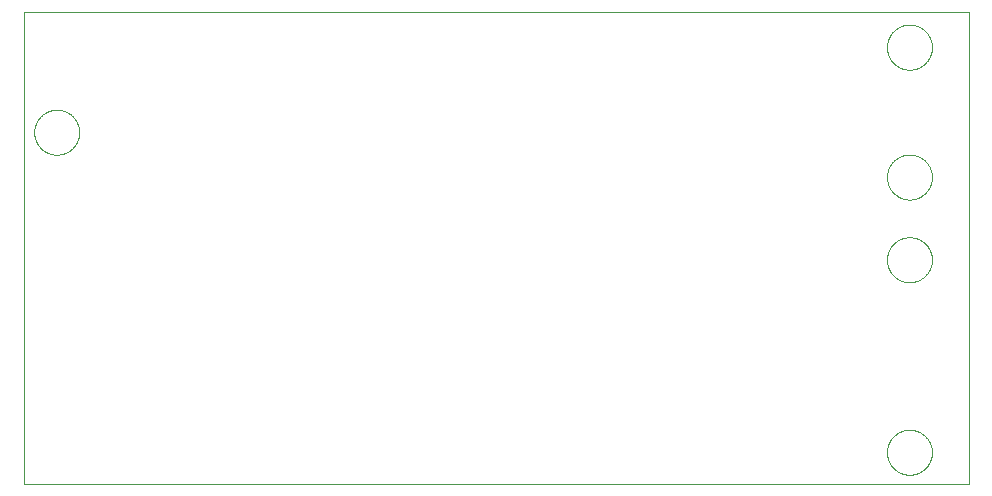
<source format=gko>
G75*
%MOIN*%
%OFA0B0*%
%FSLAX25Y25*%
%IPPOS*%
%LPD*%
%AMOC8*
5,1,8,0,0,1.08239X$1,22.5*
%
%ADD10C,0.00000*%
D10*
X0005000Y0005000D02*
X0005000Y0162480D01*
X0319961Y0162480D01*
X0319961Y0005000D01*
X0005000Y0005000D01*
X0008524Y0122323D02*
X0008526Y0122507D01*
X0008533Y0122691D01*
X0008544Y0122875D01*
X0008560Y0123058D01*
X0008580Y0123241D01*
X0008605Y0123423D01*
X0008634Y0123605D01*
X0008668Y0123786D01*
X0008706Y0123966D01*
X0008749Y0124145D01*
X0008796Y0124323D01*
X0008847Y0124500D01*
X0008903Y0124676D01*
X0008962Y0124850D01*
X0009027Y0125022D01*
X0009095Y0125193D01*
X0009167Y0125362D01*
X0009244Y0125530D01*
X0009325Y0125695D01*
X0009410Y0125858D01*
X0009498Y0126020D01*
X0009591Y0126179D01*
X0009688Y0126335D01*
X0009788Y0126490D01*
X0009892Y0126642D01*
X0010000Y0126791D01*
X0010111Y0126937D01*
X0010226Y0127081D01*
X0010345Y0127222D01*
X0010467Y0127360D01*
X0010592Y0127495D01*
X0010721Y0127626D01*
X0010852Y0127755D01*
X0010987Y0127880D01*
X0011125Y0128002D01*
X0011266Y0128121D01*
X0011410Y0128236D01*
X0011556Y0128347D01*
X0011705Y0128455D01*
X0011857Y0128559D01*
X0012012Y0128659D01*
X0012168Y0128756D01*
X0012327Y0128849D01*
X0012489Y0128937D01*
X0012652Y0129022D01*
X0012817Y0129103D01*
X0012985Y0129180D01*
X0013154Y0129252D01*
X0013325Y0129320D01*
X0013497Y0129385D01*
X0013671Y0129444D01*
X0013847Y0129500D01*
X0014024Y0129551D01*
X0014202Y0129598D01*
X0014381Y0129641D01*
X0014561Y0129679D01*
X0014742Y0129713D01*
X0014924Y0129742D01*
X0015106Y0129767D01*
X0015289Y0129787D01*
X0015472Y0129803D01*
X0015656Y0129814D01*
X0015840Y0129821D01*
X0016024Y0129823D01*
X0016208Y0129821D01*
X0016392Y0129814D01*
X0016576Y0129803D01*
X0016759Y0129787D01*
X0016942Y0129767D01*
X0017124Y0129742D01*
X0017306Y0129713D01*
X0017487Y0129679D01*
X0017667Y0129641D01*
X0017846Y0129598D01*
X0018024Y0129551D01*
X0018201Y0129500D01*
X0018377Y0129444D01*
X0018551Y0129385D01*
X0018723Y0129320D01*
X0018894Y0129252D01*
X0019063Y0129180D01*
X0019231Y0129103D01*
X0019396Y0129022D01*
X0019559Y0128937D01*
X0019721Y0128849D01*
X0019880Y0128756D01*
X0020036Y0128659D01*
X0020191Y0128559D01*
X0020343Y0128455D01*
X0020492Y0128347D01*
X0020638Y0128236D01*
X0020782Y0128121D01*
X0020923Y0128002D01*
X0021061Y0127880D01*
X0021196Y0127755D01*
X0021327Y0127626D01*
X0021456Y0127495D01*
X0021581Y0127360D01*
X0021703Y0127222D01*
X0021822Y0127081D01*
X0021937Y0126937D01*
X0022048Y0126791D01*
X0022156Y0126642D01*
X0022260Y0126490D01*
X0022360Y0126335D01*
X0022457Y0126179D01*
X0022550Y0126020D01*
X0022638Y0125858D01*
X0022723Y0125695D01*
X0022804Y0125530D01*
X0022881Y0125362D01*
X0022953Y0125193D01*
X0023021Y0125022D01*
X0023086Y0124850D01*
X0023145Y0124676D01*
X0023201Y0124500D01*
X0023252Y0124323D01*
X0023299Y0124145D01*
X0023342Y0123966D01*
X0023380Y0123786D01*
X0023414Y0123605D01*
X0023443Y0123423D01*
X0023468Y0123241D01*
X0023488Y0123058D01*
X0023504Y0122875D01*
X0023515Y0122691D01*
X0023522Y0122507D01*
X0023524Y0122323D01*
X0023522Y0122139D01*
X0023515Y0121955D01*
X0023504Y0121771D01*
X0023488Y0121588D01*
X0023468Y0121405D01*
X0023443Y0121223D01*
X0023414Y0121041D01*
X0023380Y0120860D01*
X0023342Y0120680D01*
X0023299Y0120501D01*
X0023252Y0120323D01*
X0023201Y0120146D01*
X0023145Y0119970D01*
X0023086Y0119796D01*
X0023021Y0119624D01*
X0022953Y0119453D01*
X0022881Y0119284D01*
X0022804Y0119116D01*
X0022723Y0118951D01*
X0022638Y0118788D01*
X0022550Y0118626D01*
X0022457Y0118467D01*
X0022360Y0118311D01*
X0022260Y0118156D01*
X0022156Y0118004D01*
X0022048Y0117855D01*
X0021937Y0117709D01*
X0021822Y0117565D01*
X0021703Y0117424D01*
X0021581Y0117286D01*
X0021456Y0117151D01*
X0021327Y0117020D01*
X0021196Y0116891D01*
X0021061Y0116766D01*
X0020923Y0116644D01*
X0020782Y0116525D01*
X0020638Y0116410D01*
X0020492Y0116299D01*
X0020343Y0116191D01*
X0020191Y0116087D01*
X0020036Y0115987D01*
X0019880Y0115890D01*
X0019721Y0115797D01*
X0019559Y0115709D01*
X0019396Y0115624D01*
X0019231Y0115543D01*
X0019063Y0115466D01*
X0018894Y0115394D01*
X0018723Y0115326D01*
X0018551Y0115261D01*
X0018377Y0115202D01*
X0018201Y0115146D01*
X0018024Y0115095D01*
X0017846Y0115048D01*
X0017667Y0115005D01*
X0017487Y0114967D01*
X0017306Y0114933D01*
X0017124Y0114904D01*
X0016942Y0114879D01*
X0016759Y0114859D01*
X0016576Y0114843D01*
X0016392Y0114832D01*
X0016208Y0114825D01*
X0016024Y0114823D01*
X0015840Y0114825D01*
X0015656Y0114832D01*
X0015472Y0114843D01*
X0015289Y0114859D01*
X0015106Y0114879D01*
X0014924Y0114904D01*
X0014742Y0114933D01*
X0014561Y0114967D01*
X0014381Y0115005D01*
X0014202Y0115048D01*
X0014024Y0115095D01*
X0013847Y0115146D01*
X0013671Y0115202D01*
X0013497Y0115261D01*
X0013325Y0115326D01*
X0013154Y0115394D01*
X0012985Y0115466D01*
X0012817Y0115543D01*
X0012652Y0115624D01*
X0012489Y0115709D01*
X0012327Y0115797D01*
X0012168Y0115890D01*
X0012012Y0115987D01*
X0011857Y0116087D01*
X0011705Y0116191D01*
X0011556Y0116299D01*
X0011410Y0116410D01*
X0011266Y0116525D01*
X0011125Y0116644D01*
X0010987Y0116766D01*
X0010852Y0116891D01*
X0010721Y0117020D01*
X0010592Y0117151D01*
X0010467Y0117286D01*
X0010345Y0117424D01*
X0010226Y0117565D01*
X0010111Y0117709D01*
X0010000Y0117855D01*
X0009892Y0118004D01*
X0009788Y0118156D01*
X0009688Y0118311D01*
X0009591Y0118467D01*
X0009498Y0118626D01*
X0009410Y0118788D01*
X0009325Y0118951D01*
X0009244Y0119116D01*
X0009167Y0119284D01*
X0009095Y0119453D01*
X0009027Y0119624D01*
X0008962Y0119796D01*
X0008903Y0119970D01*
X0008847Y0120146D01*
X0008796Y0120323D01*
X0008749Y0120501D01*
X0008706Y0120680D01*
X0008668Y0120860D01*
X0008634Y0121041D01*
X0008605Y0121223D01*
X0008580Y0121405D01*
X0008560Y0121588D01*
X0008544Y0121771D01*
X0008533Y0121955D01*
X0008526Y0122139D01*
X0008524Y0122323D01*
X0292776Y0107362D02*
X0292778Y0107546D01*
X0292785Y0107730D01*
X0292796Y0107914D01*
X0292812Y0108097D01*
X0292832Y0108280D01*
X0292857Y0108462D01*
X0292886Y0108644D01*
X0292920Y0108825D01*
X0292958Y0109005D01*
X0293001Y0109184D01*
X0293048Y0109362D01*
X0293099Y0109539D01*
X0293155Y0109715D01*
X0293214Y0109889D01*
X0293279Y0110061D01*
X0293347Y0110232D01*
X0293419Y0110401D01*
X0293496Y0110569D01*
X0293577Y0110734D01*
X0293662Y0110897D01*
X0293750Y0111059D01*
X0293843Y0111218D01*
X0293940Y0111374D01*
X0294040Y0111529D01*
X0294144Y0111681D01*
X0294252Y0111830D01*
X0294363Y0111976D01*
X0294478Y0112120D01*
X0294597Y0112261D01*
X0294719Y0112399D01*
X0294844Y0112534D01*
X0294973Y0112665D01*
X0295104Y0112794D01*
X0295239Y0112919D01*
X0295377Y0113041D01*
X0295518Y0113160D01*
X0295662Y0113275D01*
X0295808Y0113386D01*
X0295957Y0113494D01*
X0296109Y0113598D01*
X0296264Y0113698D01*
X0296420Y0113795D01*
X0296579Y0113888D01*
X0296741Y0113976D01*
X0296904Y0114061D01*
X0297069Y0114142D01*
X0297237Y0114219D01*
X0297406Y0114291D01*
X0297577Y0114359D01*
X0297749Y0114424D01*
X0297923Y0114483D01*
X0298099Y0114539D01*
X0298276Y0114590D01*
X0298454Y0114637D01*
X0298633Y0114680D01*
X0298813Y0114718D01*
X0298994Y0114752D01*
X0299176Y0114781D01*
X0299358Y0114806D01*
X0299541Y0114826D01*
X0299724Y0114842D01*
X0299908Y0114853D01*
X0300092Y0114860D01*
X0300276Y0114862D01*
X0300460Y0114860D01*
X0300644Y0114853D01*
X0300828Y0114842D01*
X0301011Y0114826D01*
X0301194Y0114806D01*
X0301376Y0114781D01*
X0301558Y0114752D01*
X0301739Y0114718D01*
X0301919Y0114680D01*
X0302098Y0114637D01*
X0302276Y0114590D01*
X0302453Y0114539D01*
X0302629Y0114483D01*
X0302803Y0114424D01*
X0302975Y0114359D01*
X0303146Y0114291D01*
X0303315Y0114219D01*
X0303483Y0114142D01*
X0303648Y0114061D01*
X0303811Y0113976D01*
X0303973Y0113888D01*
X0304132Y0113795D01*
X0304288Y0113698D01*
X0304443Y0113598D01*
X0304595Y0113494D01*
X0304744Y0113386D01*
X0304890Y0113275D01*
X0305034Y0113160D01*
X0305175Y0113041D01*
X0305313Y0112919D01*
X0305448Y0112794D01*
X0305579Y0112665D01*
X0305708Y0112534D01*
X0305833Y0112399D01*
X0305955Y0112261D01*
X0306074Y0112120D01*
X0306189Y0111976D01*
X0306300Y0111830D01*
X0306408Y0111681D01*
X0306512Y0111529D01*
X0306612Y0111374D01*
X0306709Y0111218D01*
X0306802Y0111059D01*
X0306890Y0110897D01*
X0306975Y0110734D01*
X0307056Y0110569D01*
X0307133Y0110401D01*
X0307205Y0110232D01*
X0307273Y0110061D01*
X0307338Y0109889D01*
X0307397Y0109715D01*
X0307453Y0109539D01*
X0307504Y0109362D01*
X0307551Y0109184D01*
X0307594Y0109005D01*
X0307632Y0108825D01*
X0307666Y0108644D01*
X0307695Y0108462D01*
X0307720Y0108280D01*
X0307740Y0108097D01*
X0307756Y0107914D01*
X0307767Y0107730D01*
X0307774Y0107546D01*
X0307776Y0107362D01*
X0307774Y0107178D01*
X0307767Y0106994D01*
X0307756Y0106810D01*
X0307740Y0106627D01*
X0307720Y0106444D01*
X0307695Y0106262D01*
X0307666Y0106080D01*
X0307632Y0105899D01*
X0307594Y0105719D01*
X0307551Y0105540D01*
X0307504Y0105362D01*
X0307453Y0105185D01*
X0307397Y0105009D01*
X0307338Y0104835D01*
X0307273Y0104663D01*
X0307205Y0104492D01*
X0307133Y0104323D01*
X0307056Y0104155D01*
X0306975Y0103990D01*
X0306890Y0103827D01*
X0306802Y0103665D01*
X0306709Y0103506D01*
X0306612Y0103350D01*
X0306512Y0103195D01*
X0306408Y0103043D01*
X0306300Y0102894D01*
X0306189Y0102748D01*
X0306074Y0102604D01*
X0305955Y0102463D01*
X0305833Y0102325D01*
X0305708Y0102190D01*
X0305579Y0102059D01*
X0305448Y0101930D01*
X0305313Y0101805D01*
X0305175Y0101683D01*
X0305034Y0101564D01*
X0304890Y0101449D01*
X0304744Y0101338D01*
X0304595Y0101230D01*
X0304443Y0101126D01*
X0304288Y0101026D01*
X0304132Y0100929D01*
X0303973Y0100836D01*
X0303811Y0100748D01*
X0303648Y0100663D01*
X0303483Y0100582D01*
X0303315Y0100505D01*
X0303146Y0100433D01*
X0302975Y0100365D01*
X0302803Y0100300D01*
X0302629Y0100241D01*
X0302453Y0100185D01*
X0302276Y0100134D01*
X0302098Y0100087D01*
X0301919Y0100044D01*
X0301739Y0100006D01*
X0301558Y0099972D01*
X0301376Y0099943D01*
X0301194Y0099918D01*
X0301011Y0099898D01*
X0300828Y0099882D01*
X0300644Y0099871D01*
X0300460Y0099864D01*
X0300276Y0099862D01*
X0300092Y0099864D01*
X0299908Y0099871D01*
X0299724Y0099882D01*
X0299541Y0099898D01*
X0299358Y0099918D01*
X0299176Y0099943D01*
X0298994Y0099972D01*
X0298813Y0100006D01*
X0298633Y0100044D01*
X0298454Y0100087D01*
X0298276Y0100134D01*
X0298099Y0100185D01*
X0297923Y0100241D01*
X0297749Y0100300D01*
X0297577Y0100365D01*
X0297406Y0100433D01*
X0297237Y0100505D01*
X0297069Y0100582D01*
X0296904Y0100663D01*
X0296741Y0100748D01*
X0296579Y0100836D01*
X0296420Y0100929D01*
X0296264Y0101026D01*
X0296109Y0101126D01*
X0295957Y0101230D01*
X0295808Y0101338D01*
X0295662Y0101449D01*
X0295518Y0101564D01*
X0295377Y0101683D01*
X0295239Y0101805D01*
X0295104Y0101930D01*
X0294973Y0102059D01*
X0294844Y0102190D01*
X0294719Y0102325D01*
X0294597Y0102463D01*
X0294478Y0102604D01*
X0294363Y0102748D01*
X0294252Y0102894D01*
X0294144Y0103043D01*
X0294040Y0103195D01*
X0293940Y0103350D01*
X0293843Y0103506D01*
X0293750Y0103665D01*
X0293662Y0103827D01*
X0293577Y0103990D01*
X0293496Y0104155D01*
X0293419Y0104323D01*
X0293347Y0104492D01*
X0293279Y0104663D01*
X0293214Y0104835D01*
X0293155Y0105009D01*
X0293099Y0105185D01*
X0293048Y0105362D01*
X0293001Y0105540D01*
X0292958Y0105719D01*
X0292920Y0105899D01*
X0292886Y0106080D01*
X0292857Y0106262D01*
X0292832Y0106444D01*
X0292812Y0106627D01*
X0292796Y0106810D01*
X0292785Y0106994D01*
X0292778Y0107178D01*
X0292776Y0107362D01*
X0292776Y0079803D02*
X0292778Y0079987D01*
X0292785Y0080171D01*
X0292796Y0080355D01*
X0292812Y0080538D01*
X0292832Y0080721D01*
X0292857Y0080903D01*
X0292886Y0081085D01*
X0292920Y0081266D01*
X0292958Y0081446D01*
X0293001Y0081625D01*
X0293048Y0081803D01*
X0293099Y0081980D01*
X0293155Y0082156D01*
X0293214Y0082330D01*
X0293279Y0082502D01*
X0293347Y0082673D01*
X0293419Y0082842D01*
X0293496Y0083010D01*
X0293577Y0083175D01*
X0293662Y0083338D01*
X0293750Y0083500D01*
X0293843Y0083659D01*
X0293940Y0083815D01*
X0294040Y0083970D01*
X0294144Y0084122D01*
X0294252Y0084271D01*
X0294363Y0084417D01*
X0294478Y0084561D01*
X0294597Y0084702D01*
X0294719Y0084840D01*
X0294844Y0084975D01*
X0294973Y0085106D01*
X0295104Y0085235D01*
X0295239Y0085360D01*
X0295377Y0085482D01*
X0295518Y0085601D01*
X0295662Y0085716D01*
X0295808Y0085827D01*
X0295957Y0085935D01*
X0296109Y0086039D01*
X0296264Y0086139D01*
X0296420Y0086236D01*
X0296579Y0086329D01*
X0296741Y0086417D01*
X0296904Y0086502D01*
X0297069Y0086583D01*
X0297237Y0086660D01*
X0297406Y0086732D01*
X0297577Y0086800D01*
X0297749Y0086865D01*
X0297923Y0086924D01*
X0298099Y0086980D01*
X0298276Y0087031D01*
X0298454Y0087078D01*
X0298633Y0087121D01*
X0298813Y0087159D01*
X0298994Y0087193D01*
X0299176Y0087222D01*
X0299358Y0087247D01*
X0299541Y0087267D01*
X0299724Y0087283D01*
X0299908Y0087294D01*
X0300092Y0087301D01*
X0300276Y0087303D01*
X0300460Y0087301D01*
X0300644Y0087294D01*
X0300828Y0087283D01*
X0301011Y0087267D01*
X0301194Y0087247D01*
X0301376Y0087222D01*
X0301558Y0087193D01*
X0301739Y0087159D01*
X0301919Y0087121D01*
X0302098Y0087078D01*
X0302276Y0087031D01*
X0302453Y0086980D01*
X0302629Y0086924D01*
X0302803Y0086865D01*
X0302975Y0086800D01*
X0303146Y0086732D01*
X0303315Y0086660D01*
X0303483Y0086583D01*
X0303648Y0086502D01*
X0303811Y0086417D01*
X0303973Y0086329D01*
X0304132Y0086236D01*
X0304288Y0086139D01*
X0304443Y0086039D01*
X0304595Y0085935D01*
X0304744Y0085827D01*
X0304890Y0085716D01*
X0305034Y0085601D01*
X0305175Y0085482D01*
X0305313Y0085360D01*
X0305448Y0085235D01*
X0305579Y0085106D01*
X0305708Y0084975D01*
X0305833Y0084840D01*
X0305955Y0084702D01*
X0306074Y0084561D01*
X0306189Y0084417D01*
X0306300Y0084271D01*
X0306408Y0084122D01*
X0306512Y0083970D01*
X0306612Y0083815D01*
X0306709Y0083659D01*
X0306802Y0083500D01*
X0306890Y0083338D01*
X0306975Y0083175D01*
X0307056Y0083010D01*
X0307133Y0082842D01*
X0307205Y0082673D01*
X0307273Y0082502D01*
X0307338Y0082330D01*
X0307397Y0082156D01*
X0307453Y0081980D01*
X0307504Y0081803D01*
X0307551Y0081625D01*
X0307594Y0081446D01*
X0307632Y0081266D01*
X0307666Y0081085D01*
X0307695Y0080903D01*
X0307720Y0080721D01*
X0307740Y0080538D01*
X0307756Y0080355D01*
X0307767Y0080171D01*
X0307774Y0079987D01*
X0307776Y0079803D01*
X0307774Y0079619D01*
X0307767Y0079435D01*
X0307756Y0079251D01*
X0307740Y0079068D01*
X0307720Y0078885D01*
X0307695Y0078703D01*
X0307666Y0078521D01*
X0307632Y0078340D01*
X0307594Y0078160D01*
X0307551Y0077981D01*
X0307504Y0077803D01*
X0307453Y0077626D01*
X0307397Y0077450D01*
X0307338Y0077276D01*
X0307273Y0077104D01*
X0307205Y0076933D01*
X0307133Y0076764D01*
X0307056Y0076596D01*
X0306975Y0076431D01*
X0306890Y0076268D01*
X0306802Y0076106D01*
X0306709Y0075947D01*
X0306612Y0075791D01*
X0306512Y0075636D01*
X0306408Y0075484D01*
X0306300Y0075335D01*
X0306189Y0075189D01*
X0306074Y0075045D01*
X0305955Y0074904D01*
X0305833Y0074766D01*
X0305708Y0074631D01*
X0305579Y0074500D01*
X0305448Y0074371D01*
X0305313Y0074246D01*
X0305175Y0074124D01*
X0305034Y0074005D01*
X0304890Y0073890D01*
X0304744Y0073779D01*
X0304595Y0073671D01*
X0304443Y0073567D01*
X0304288Y0073467D01*
X0304132Y0073370D01*
X0303973Y0073277D01*
X0303811Y0073189D01*
X0303648Y0073104D01*
X0303483Y0073023D01*
X0303315Y0072946D01*
X0303146Y0072874D01*
X0302975Y0072806D01*
X0302803Y0072741D01*
X0302629Y0072682D01*
X0302453Y0072626D01*
X0302276Y0072575D01*
X0302098Y0072528D01*
X0301919Y0072485D01*
X0301739Y0072447D01*
X0301558Y0072413D01*
X0301376Y0072384D01*
X0301194Y0072359D01*
X0301011Y0072339D01*
X0300828Y0072323D01*
X0300644Y0072312D01*
X0300460Y0072305D01*
X0300276Y0072303D01*
X0300092Y0072305D01*
X0299908Y0072312D01*
X0299724Y0072323D01*
X0299541Y0072339D01*
X0299358Y0072359D01*
X0299176Y0072384D01*
X0298994Y0072413D01*
X0298813Y0072447D01*
X0298633Y0072485D01*
X0298454Y0072528D01*
X0298276Y0072575D01*
X0298099Y0072626D01*
X0297923Y0072682D01*
X0297749Y0072741D01*
X0297577Y0072806D01*
X0297406Y0072874D01*
X0297237Y0072946D01*
X0297069Y0073023D01*
X0296904Y0073104D01*
X0296741Y0073189D01*
X0296579Y0073277D01*
X0296420Y0073370D01*
X0296264Y0073467D01*
X0296109Y0073567D01*
X0295957Y0073671D01*
X0295808Y0073779D01*
X0295662Y0073890D01*
X0295518Y0074005D01*
X0295377Y0074124D01*
X0295239Y0074246D01*
X0295104Y0074371D01*
X0294973Y0074500D01*
X0294844Y0074631D01*
X0294719Y0074766D01*
X0294597Y0074904D01*
X0294478Y0075045D01*
X0294363Y0075189D01*
X0294252Y0075335D01*
X0294144Y0075484D01*
X0294040Y0075636D01*
X0293940Y0075791D01*
X0293843Y0075947D01*
X0293750Y0076106D01*
X0293662Y0076268D01*
X0293577Y0076431D01*
X0293496Y0076596D01*
X0293419Y0076764D01*
X0293347Y0076933D01*
X0293279Y0077104D01*
X0293214Y0077276D01*
X0293155Y0077450D01*
X0293099Y0077626D01*
X0293048Y0077803D01*
X0293001Y0077981D01*
X0292958Y0078160D01*
X0292920Y0078340D01*
X0292886Y0078521D01*
X0292857Y0078703D01*
X0292832Y0078885D01*
X0292812Y0079068D01*
X0292796Y0079251D01*
X0292785Y0079435D01*
X0292778Y0079619D01*
X0292776Y0079803D01*
X0292776Y0015630D02*
X0292778Y0015814D01*
X0292785Y0015998D01*
X0292796Y0016182D01*
X0292812Y0016365D01*
X0292832Y0016548D01*
X0292857Y0016730D01*
X0292886Y0016912D01*
X0292920Y0017093D01*
X0292958Y0017273D01*
X0293001Y0017452D01*
X0293048Y0017630D01*
X0293099Y0017807D01*
X0293155Y0017983D01*
X0293214Y0018157D01*
X0293279Y0018329D01*
X0293347Y0018500D01*
X0293419Y0018669D01*
X0293496Y0018837D01*
X0293577Y0019002D01*
X0293662Y0019165D01*
X0293750Y0019327D01*
X0293843Y0019486D01*
X0293940Y0019642D01*
X0294040Y0019797D01*
X0294144Y0019949D01*
X0294252Y0020098D01*
X0294363Y0020244D01*
X0294478Y0020388D01*
X0294597Y0020529D01*
X0294719Y0020667D01*
X0294844Y0020802D01*
X0294973Y0020933D01*
X0295104Y0021062D01*
X0295239Y0021187D01*
X0295377Y0021309D01*
X0295518Y0021428D01*
X0295662Y0021543D01*
X0295808Y0021654D01*
X0295957Y0021762D01*
X0296109Y0021866D01*
X0296264Y0021966D01*
X0296420Y0022063D01*
X0296579Y0022156D01*
X0296741Y0022244D01*
X0296904Y0022329D01*
X0297069Y0022410D01*
X0297237Y0022487D01*
X0297406Y0022559D01*
X0297577Y0022627D01*
X0297749Y0022692D01*
X0297923Y0022751D01*
X0298099Y0022807D01*
X0298276Y0022858D01*
X0298454Y0022905D01*
X0298633Y0022948D01*
X0298813Y0022986D01*
X0298994Y0023020D01*
X0299176Y0023049D01*
X0299358Y0023074D01*
X0299541Y0023094D01*
X0299724Y0023110D01*
X0299908Y0023121D01*
X0300092Y0023128D01*
X0300276Y0023130D01*
X0300460Y0023128D01*
X0300644Y0023121D01*
X0300828Y0023110D01*
X0301011Y0023094D01*
X0301194Y0023074D01*
X0301376Y0023049D01*
X0301558Y0023020D01*
X0301739Y0022986D01*
X0301919Y0022948D01*
X0302098Y0022905D01*
X0302276Y0022858D01*
X0302453Y0022807D01*
X0302629Y0022751D01*
X0302803Y0022692D01*
X0302975Y0022627D01*
X0303146Y0022559D01*
X0303315Y0022487D01*
X0303483Y0022410D01*
X0303648Y0022329D01*
X0303811Y0022244D01*
X0303973Y0022156D01*
X0304132Y0022063D01*
X0304288Y0021966D01*
X0304443Y0021866D01*
X0304595Y0021762D01*
X0304744Y0021654D01*
X0304890Y0021543D01*
X0305034Y0021428D01*
X0305175Y0021309D01*
X0305313Y0021187D01*
X0305448Y0021062D01*
X0305579Y0020933D01*
X0305708Y0020802D01*
X0305833Y0020667D01*
X0305955Y0020529D01*
X0306074Y0020388D01*
X0306189Y0020244D01*
X0306300Y0020098D01*
X0306408Y0019949D01*
X0306512Y0019797D01*
X0306612Y0019642D01*
X0306709Y0019486D01*
X0306802Y0019327D01*
X0306890Y0019165D01*
X0306975Y0019002D01*
X0307056Y0018837D01*
X0307133Y0018669D01*
X0307205Y0018500D01*
X0307273Y0018329D01*
X0307338Y0018157D01*
X0307397Y0017983D01*
X0307453Y0017807D01*
X0307504Y0017630D01*
X0307551Y0017452D01*
X0307594Y0017273D01*
X0307632Y0017093D01*
X0307666Y0016912D01*
X0307695Y0016730D01*
X0307720Y0016548D01*
X0307740Y0016365D01*
X0307756Y0016182D01*
X0307767Y0015998D01*
X0307774Y0015814D01*
X0307776Y0015630D01*
X0307774Y0015446D01*
X0307767Y0015262D01*
X0307756Y0015078D01*
X0307740Y0014895D01*
X0307720Y0014712D01*
X0307695Y0014530D01*
X0307666Y0014348D01*
X0307632Y0014167D01*
X0307594Y0013987D01*
X0307551Y0013808D01*
X0307504Y0013630D01*
X0307453Y0013453D01*
X0307397Y0013277D01*
X0307338Y0013103D01*
X0307273Y0012931D01*
X0307205Y0012760D01*
X0307133Y0012591D01*
X0307056Y0012423D01*
X0306975Y0012258D01*
X0306890Y0012095D01*
X0306802Y0011933D01*
X0306709Y0011774D01*
X0306612Y0011618D01*
X0306512Y0011463D01*
X0306408Y0011311D01*
X0306300Y0011162D01*
X0306189Y0011016D01*
X0306074Y0010872D01*
X0305955Y0010731D01*
X0305833Y0010593D01*
X0305708Y0010458D01*
X0305579Y0010327D01*
X0305448Y0010198D01*
X0305313Y0010073D01*
X0305175Y0009951D01*
X0305034Y0009832D01*
X0304890Y0009717D01*
X0304744Y0009606D01*
X0304595Y0009498D01*
X0304443Y0009394D01*
X0304288Y0009294D01*
X0304132Y0009197D01*
X0303973Y0009104D01*
X0303811Y0009016D01*
X0303648Y0008931D01*
X0303483Y0008850D01*
X0303315Y0008773D01*
X0303146Y0008701D01*
X0302975Y0008633D01*
X0302803Y0008568D01*
X0302629Y0008509D01*
X0302453Y0008453D01*
X0302276Y0008402D01*
X0302098Y0008355D01*
X0301919Y0008312D01*
X0301739Y0008274D01*
X0301558Y0008240D01*
X0301376Y0008211D01*
X0301194Y0008186D01*
X0301011Y0008166D01*
X0300828Y0008150D01*
X0300644Y0008139D01*
X0300460Y0008132D01*
X0300276Y0008130D01*
X0300092Y0008132D01*
X0299908Y0008139D01*
X0299724Y0008150D01*
X0299541Y0008166D01*
X0299358Y0008186D01*
X0299176Y0008211D01*
X0298994Y0008240D01*
X0298813Y0008274D01*
X0298633Y0008312D01*
X0298454Y0008355D01*
X0298276Y0008402D01*
X0298099Y0008453D01*
X0297923Y0008509D01*
X0297749Y0008568D01*
X0297577Y0008633D01*
X0297406Y0008701D01*
X0297237Y0008773D01*
X0297069Y0008850D01*
X0296904Y0008931D01*
X0296741Y0009016D01*
X0296579Y0009104D01*
X0296420Y0009197D01*
X0296264Y0009294D01*
X0296109Y0009394D01*
X0295957Y0009498D01*
X0295808Y0009606D01*
X0295662Y0009717D01*
X0295518Y0009832D01*
X0295377Y0009951D01*
X0295239Y0010073D01*
X0295104Y0010198D01*
X0294973Y0010327D01*
X0294844Y0010458D01*
X0294719Y0010593D01*
X0294597Y0010731D01*
X0294478Y0010872D01*
X0294363Y0011016D01*
X0294252Y0011162D01*
X0294144Y0011311D01*
X0294040Y0011463D01*
X0293940Y0011618D01*
X0293843Y0011774D01*
X0293750Y0011933D01*
X0293662Y0012095D01*
X0293577Y0012258D01*
X0293496Y0012423D01*
X0293419Y0012591D01*
X0293347Y0012760D01*
X0293279Y0012931D01*
X0293214Y0013103D01*
X0293155Y0013277D01*
X0293099Y0013453D01*
X0293048Y0013630D01*
X0293001Y0013808D01*
X0292958Y0013987D01*
X0292920Y0014167D01*
X0292886Y0014348D01*
X0292857Y0014530D01*
X0292832Y0014712D01*
X0292812Y0014895D01*
X0292796Y0015078D01*
X0292785Y0015262D01*
X0292778Y0015446D01*
X0292776Y0015630D01*
X0292776Y0150669D02*
X0292778Y0150853D01*
X0292785Y0151037D01*
X0292796Y0151221D01*
X0292812Y0151404D01*
X0292832Y0151587D01*
X0292857Y0151769D01*
X0292886Y0151951D01*
X0292920Y0152132D01*
X0292958Y0152312D01*
X0293001Y0152491D01*
X0293048Y0152669D01*
X0293099Y0152846D01*
X0293155Y0153022D01*
X0293214Y0153196D01*
X0293279Y0153368D01*
X0293347Y0153539D01*
X0293419Y0153708D01*
X0293496Y0153876D01*
X0293577Y0154041D01*
X0293662Y0154204D01*
X0293750Y0154366D01*
X0293843Y0154525D01*
X0293940Y0154681D01*
X0294040Y0154836D01*
X0294144Y0154988D01*
X0294252Y0155137D01*
X0294363Y0155283D01*
X0294478Y0155427D01*
X0294597Y0155568D01*
X0294719Y0155706D01*
X0294844Y0155841D01*
X0294973Y0155972D01*
X0295104Y0156101D01*
X0295239Y0156226D01*
X0295377Y0156348D01*
X0295518Y0156467D01*
X0295662Y0156582D01*
X0295808Y0156693D01*
X0295957Y0156801D01*
X0296109Y0156905D01*
X0296264Y0157005D01*
X0296420Y0157102D01*
X0296579Y0157195D01*
X0296741Y0157283D01*
X0296904Y0157368D01*
X0297069Y0157449D01*
X0297237Y0157526D01*
X0297406Y0157598D01*
X0297577Y0157666D01*
X0297749Y0157731D01*
X0297923Y0157790D01*
X0298099Y0157846D01*
X0298276Y0157897D01*
X0298454Y0157944D01*
X0298633Y0157987D01*
X0298813Y0158025D01*
X0298994Y0158059D01*
X0299176Y0158088D01*
X0299358Y0158113D01*
X0299541Y0158133D01*
X0299724Y0158149D01*
X0299908Y0158160D01*
X0300092Y0158167D01*
X0300276Y0158169D01*
X0300460Y0158167D01*
X0300644Y0158160D01*
X0300828Y0158149D01*
X0301011Y0158133D01*
X0301194Y0158113D01*
X0301376Y0158088D01*
X0301558Y0158059D01*
X0301739Y0158025D01*
X0301919Y0157987D01*
X0302098Y0157944D01*
X0302276Y0157897D01*
X0302453Y0157846D01*
X0302629Y0157790D01*
X0302803Y0157731D01*
X0302975Y0157666D01*
X0303146Y0157598D01*
X0303315Y0157526D01*
X0303483Y0157449D01*
X0303648Y0157368D01*
X0303811Y0157283D01*
X0303973Y0157195D01*
X0304132Y0157102D01*
X0304288Y0157005D01*
X0304443Y0156905D01*
X0304595Y0156801D01*
X0304744Y0156693D01*
X0304890Y0156582D01*
X0305034Y0156467D01*
X0305175Y0156348D01*
X0305313Y0156226D01*
X0305448Y0156101D01*
X0305579Y0155972D01*
X0305708Y0155841D01*
X0305833Y0155706D01*
X0305955Y0155568D01*
X0306074Y0155427D01*
X0306189Y0155283D01*
X0306300Y0155137D01*
X0306408Y0154988D01*
X0306512Y0154836D01*
X0306612Y0154681D01*
X0306709Y0154525D01*
X0306802Y0154366D01*
X0306890Y0154204D01*
X0306975Y0154041D01*
X0307056Y0153876D01*
X0307133Y0153708D01*
X0307205Y0153539D01*
X0307273Y0153368D01*
X0307338Y0153196D01*
X0307397Y0153022D01*
X0307453Y0152846D01*
X0307504Y0152669D01*
X0307551Y0152491D01*
X0307594Y0152312D01*
X0307632Y0152132D01*
X0307666Y0151951D01*
X0307695Y0151769D01*
X0307720Y0151587D01*
X0307740Y0151404D01*
X0307756Y0151221D01*
X0307767Y0151037D01*
X0307774Y0150853D01*
X0307776Y0150669D01*
X0307774Y0150485D01*
X0307767Y0150301D01*
X0307756Y0150117D01*
X0307740Y0149934D01*
X0307720Y0149751D01*
X0307695Y0149569D01*
X0307666Y0149387D01*
X0307632Y0149206D01*
X0307594Y0149026D01*
X0307551Y0148847D01*
X0307504Y0148669D01*
X0307453Y0148492D01*
X0307397Y0148316D01*
X0307338Y0148142D01*
X0307273Y0147970D01*
X0307205Y0147799D01*
X0307133Y0147630D01*
X0307056Y0147462D01*
X0306975Y0147297D01*
X0306890Y0147134D01*
X0306802Y0146972D01*
X0306709Y0146813D01*
X0306612Y0146657D01*
X0306512Y0146502D01*
X0306408Y0146350D01*
X0306300Y0146201D01*
X0306189Y0146055D01*
X0306074Y0145911D01*
X0305955Y0145770D01*
X0305833Y0145632D01*
X0305708Y0145497D01*
X0305579Y0145366D01*
X0305448Y0145237D01*
X0305313Y0145112D01*
X0305175Y0144990D01*
X0305034Y0144871D01*
X0304890Y0144756D01*
X0304744Y0144645D01*
X0304595Y0144537D01*
X0304443Y0144433D01*
X0304288Y0144333D01*
X0304132Y0144236D01*
X0303973Y0144143D01*
X0303811Y0144055D01*
X0303648Y0143970D01*
X0303483Y0143889D01*
X0303315Y0143812D01*
X0303146Y0143740D01*
X0302975Y0143672D01*
X0302803Y0143607D01*
X0302629Y0143548D01*
X0302453Y0143492D01*
X0302276Y0143441D01*
X0302098Y0143394D01*
X0301919Y0143351D01*
X0301739Y0143313D01*
X0301558Y0143279D01*
X0301376Y0143250D01*
X0301194Y0143225D01*
X0301011Y0143205D01*
X0300828Y0143189D01*
X0300644Y0143178D01*
X0300460Y0143171D01*
X0300276Y0143169D01*
X0300092Y0143171D01*
X0299908Y0143178D01*
X0299724Y0143189D01*
X0299541Y0143205D01*
X0299358Y0143225D01*
X0299176Y0143250D01*
X0298994Y0143279D01*
X0298813Y0143313D01*
X0298633Y0143351D01*
X0298454Y0143394D01*
X0298276Y0143441D01*
X0298099Y0143492D01*
X0297923Y0143548D01*
X0297749Y0143607D01*
X0297577Y0143672D01*
X0297406Y0143740D01*
X0297237Y0143812D01*
X0297069Y0143889D01*
X0296904Y0143970D01*
X0296741Y0144055D01*
X0296579Y0144143D01*
X0296420Y0144236D01*
X0296264Y0144333D01*
X0296109Y0144433D01*
X0295957Y0144537D01*
X0295808Y0144645D01*
X0295662Y0144756D01*
X0295518Y0144871D01*
X0295377Y0144990D01*
X0295239Y0145112D01*
X0295104Y0145237D01*
X0294973Y0145366D01*
X0294844Y0145497D01*
X0294719Y0145632D01*
X0294597Y0145770D01*
X0294478Y0145911D01*
X0294363Y0146055D01*
X0294252Y0146201D01*
X0294144Y0146350D01*
X0294040Y0146502D01*
X0293940Y0146657D01*
X0293843Y0146813D01*
X0293750Y0146972D01*
X0293662Y0147134D01*
X0293577Y0147297D01*
X0293496Y0147462D01*
X0293419Y0147630D01*
X0293347Y0147799D01*
X0293279Y0147970D01*
X0293214Y0148142D01*
X0293155Y0148316D01*
X0293099Y0148492D01*
X0293048Y0148669D01*
X0293001Y0148847D01*
X0292958Y0149026D01*
X0292920Y0149206D01*
X0292886Y0149387D01*
X0292857Y0149569D01*
X0292832Y0149751D01*
X0292812Y0149934D01*
X0292796Y0150117D01*
X0292785Y0150301D01*
X0292778Y0150485D01*
X0292776Y0150669D01*
M02*

</source>
